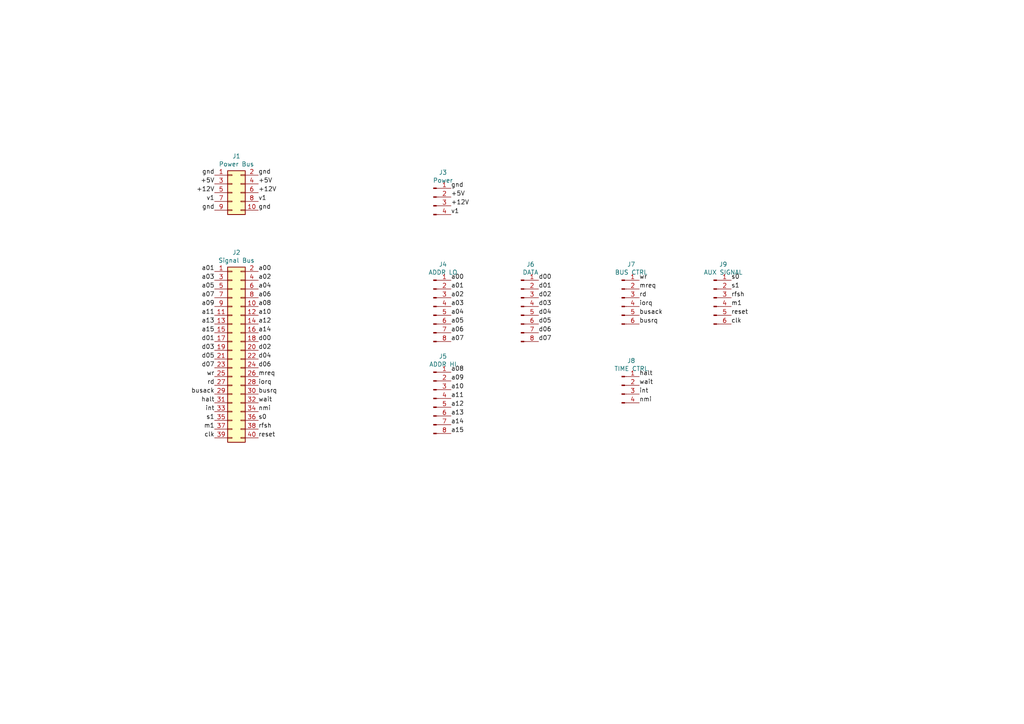
<source format=kicad_sch>
(kicad_sch (version 20211123) (generator eeschema)
  (paper "A4")
  (lib_symbols
    (symbol "Connector:Conn_01x04_Male" (pin_names (offset 1.016) hide)
      (property "Reference" "J" (at 0 5.08 0))
      (property "Value" "Conn_01x04_Male" (at 0 -7.62 0))
      (symbol "Conn_01x04_Male_1_1"
        (polyline (pts (xy 1.27 -5.08) (xy 0.8636 -5.08)) (stroke (width 0.1524)))
        (polyline (pts (xy 1.27 -2.54) (xy 0.8636 -2.54)) (stroke (width 0.1524)))
        (polyline (pts (xy 1.27 0) (xy 0.8636 0)) (stroke (width 0.1524)))
        (polyline (pts (xy 1.27 2.54) (xy 0.8636 2.54)) (stroke (width 0.1524)))
        (rectangle (start 0.8636 -4.953) (end 0 -5.207) (stroke (width 0.1524)) (fill (type outline)))
        (rectangle (start 0.8636 -2.413) (end 0 -2.667) (stroke (width 0.1524)) (fill (type outline)))
        (rectangle (start 0.8636 0.127) (end 0 -0.127) (stroke (width 0.1524)) (fill (type outline)))
        (rectangle (start 0.8636 2.667) (end 0 2.413) (stroke (width 0.1524)) (fill (type outline)))
        (pin passive line (at 5.08 2.54 180) (length 3.81) (name "Pin_1") (number "1"))
        (pin passive line (at 5.08 0 180) (length 3.81) (name "Pin_2") (number "2"))
        (pin passive line (at 5.08 -2.54 180) (length 3.81) (name "Pin_3") (number "3"))
        (pin passive line (at 5.08 -5.08 180) (length 3.81) (name "Pin_4") (number "4"))
      )
    )
    (symbol "Connector:Conn_01x06_Male" (pin_names (offset 1.016) hide)
      (property "Reference" "J" (at 0 7.62 0))
      (property "Value" "Conn_01x06_Male" (at 0 -10.16 0))
      (symbol "Conn_01x06_Male_1_1"
        (polyline (pts (xy 1.27 -7.62) (xy 0.8636 -7.62)) (stroke (width 0.1524)))
        (polyline (pts (xy 1.27 -5.08) (xy 0.8636 -5.08)) (stroke (width 0.1524)))
        (polyline (pts (xy 1.27 -2.54) (xy 0.8636 -2.54)) (stroke (width 0.1524)))
        (polyline (pts (xy 1.27 0) (xy 0.8636 0)) (stroke (width 0.1524)))
        (polyline (pts (xy 1.27 2.54) (xy 0.8636 2.54)) (stroke (width 0.1524)))
        (polyline (pts (xy 1.27 5.08) (xy 0.8636 5.08)) (stroke (width 0.1524)))
        (rectangle (start 0.8636 -7.493) (end 0 -7.747) (stroke (width 0.1524)) (fill (type outline)))
        (rectangle (start 0.8636 -4.953) (end 0 -5.207) (stroke (width 0.1524)) (fill (type outline)))
        (rectangle (start 0.8636 -2.413) (end 0 -2.667) (stroke (width 0.1524)) (fill (type outline)))
        (rectangle (start 0.8636 0.127) (end 0 -0.127) (stroke (width 0.1524)) (fill (type outline)))
        (rectangle (start 0.8636 2.667) (end 0 2.413) (stroke (width 0.1524)) (fill (type outline)))
        (rectangle (start 0.8636 5.207) (end 0 4.953) (stroke (width 0.1524)) (fill (type outline)))
        (pin passive line (at 5.08 5.08 180) (length 3.81) (name "Pin_1") (number "1"))
        (pin passive line (at 5.08 2.54 180) (length 3.81) (name "Pin_2") (number "2"))
        (pin passive line (at 5.08 0 180) (length 3.81) (name "Pin_3") (number "3"))
        (pin passive line (at 5.08 -2.54 180) (length 3.81) (name "Pin_4") (number "4"))
        (pin passive line (at 5.08 -5.08 180) (length 3.81) (name "Pin_5") (number "5"))
        (pin passive line (at 5.08 -7.62 180) (length 3.81) (name "Pin_6") (number "6"))
      )
    )
    (symbol "Connector:Conn_01x08_Male" (pin_names (offset 1.016) hide)
      (property "Reference" "J" (at 0 10.16 0))
      (property "Value" "Conn_01x08_Male" (at 0 -12.7 0))
      (symbol "Conn_01x08_Male_1_1"
        (polyline (pts (xy 1.27 -10.16) (xy 0.8636 -10.16)) (stroke (width 0.1524)))
        (polyline (pts (xy 1.27 -7.62) (xy 0.8636 -7.62)) (stroke (width 0.1524)))
        (polyline (pts (xy 1.27 -5.08) (xy 0.8636 -5.08)) (stroke (width 0.1524)))
        (polyline (pts (xy 1.27 -2.54) (xy 0.8636 -2.54)) (stroke (width 0.1524)))
        (polyline (pts (xy 1.27 0) (xy 0.8636 0)) (stroke (width 0.1524)))
        (polyline (pts (xy 1.27 2.54) (xy 0.8636 2.54)) (stroke (width 0.1524)))
        (polyline (pts (xy 1.27 5.08) (xy 0.8636 5.08)) (stroke (width 0.1524)))
        (polyline (pts (xy 1.27 7.62) (xy 0.8636 7.62)) (stroke (width 0.1524)))
        (rectangle (start 0.8636 -10.033) (end 0 -10.287) (stroke (width 0.1524)) (fill (type outline)))
        (rectangle (start 0.8636 -7.493) (end 0 -7.747) (stroke (width 0.1524)) (fill (type outline)))
        (rectangle (start 0.8636 -4.953) (end 0 -5.207) (stroke (width 0.1524)) (fill (type outline)))
        (rectangle (start 0.8636 -2.413) (end 0 -2.667) (stroke (width 0.1524)) (fill (type outline)))
        (rectangle (start 0.8636 0.127) (end 0 -0.127) (stroke (width 0.1524)) (fill (type outline)))
        (rectangle (start 0.8636 2.667) (end 0 2.413) (stroke (width 0.1524)) (fill (type outline)))
        (rectangle (start 0.8636 5.207) (end 0 4.953) (stroke (width 0.1524)) (fill (type outline)))
        (rectangle (start 0.8636 7.747) (end 0 7.493) (stroke (width 0.1524)) (fill (type outline)))
        (pin passive line (at 5.08 7.62 180) (length 3.81) (name "Pin_1") (number "1"))
        (pin passive line (at 5.08 5.08 180) (length 3.81) (name "Pin_2") (number "2"))
        (pin passive line (at 5.08 2.54 180) (length 3.81) (name "Pin_3") (number "3"))
        (pin passive line (at 5.08 0 180) (length 3.81) (name "Pin_4") (number "4"))
        (pin passive line (at 5.08 -2.54 180) (length 3.81) (name "Pin_5") (number "5"))
        (pin passive line (at 5.08 -5.08 180) (length 3.81) (name "Pin_6") (number "6"))
        (pin passive line (at 5.08 -7.62 180) (length 3.81) (name "Pin_7") (number "7"))
        (pin passive line (at 5.08 -10.16 180) (length 3.81) (name "Pin_8") (number "8"))
      )
    )
    (symbol "Connector_Generic:Conn_02x05_Odd_Even" (pin_names (offset 1.016) hide)
      (property "Reference" "J" (at 1.27 7.62 0))
      (property "Value" "Conn_02x05_Odd_Even" (at 1.27 -7.62 0))
      (symbol "Conn_02x05_Odd_Even_1_1"
        (rectangle (start -1.27 -4.953) (end 0 -5.207) (stroke (width 0.1524)))
        (rectangle (start -1.27 -2.413) (end 0 -2.667) (stroke (width 0.1524)))
        (rectangle (start -1.27 0.127) (end 0 -0.127) (stroke (width 0.1524)))
        (rectangle (start -1.27 2.667) (end 0 2.413) (stroke (width 0.1524)))
        (rectangle (start -1.27 5.207) (end 0 4.953) (stroke (width 0.1524)))
        (rectangle (start -1.27 6.35) (end 3.81 -6.35) (stroke (width 0.254)) (fill (type background)))
        (rectangle (start 3.81 -4.953) (end 2.54 -5.207) (stroke (width 0.1524)))
        (rectangle (start 3.81 -2.413) (end 2.54 -2.667) (stroke (width 0.1524)))
        (rectangle (start 3.81 0.127) (end 2.54 -0.127) (stroke (width 0.1524)))
        (rectangle (start 3.81 2.667) (end 2.54 2.413) (stroke (width 0.1524)))
        (rectangle (start 3.81 5.207) (end 2.54 4.953) (stroke (width 0.1524)))
        (pin passive line (at -5.08 5.08 0) (length 3.81) (name "Pin_1") (number "1"))
        (pin passive line (at 7.62 -5.08 180) (length 3.81) (name "Pin_10") (number "10"))
        (pin passive line (at 7.62 5.08 180) (length 3.81) (name "Pin_2") (number "2"))
        (pin passive line (at -5.08 2.54 0) (length 3.81) (name "Pin_3") (number "3"))
        (pin passive line (at 7.62 2.54 180) (length 3.81) (name "Pin_4") (number "4"))
        (pin passive line (at -5.08 0 0) (length 3.81) (name "Pin_5") (number "5"))
        (pin passive line (at 7.62 0 180) (length 3.81) (name "Pin_6") (number "6"))
        (pin passive line (at -5.08 -2.54 0) (length 3.81) (name "Pin_7") (number "7"))
        (pin passive line (at 7.62 -2.54 180) (length 3.81) (name "Pin_8") (number "8"))
        (pin passive line (at -5.08 -5.08 0) (length 3.81) (name "Pin_9") (number "9"))
      )
    )
    (symbol "Connector_Generic:Conn_02x20_Odd_Even" (pin_names (offset 1.016) hide)
      (property "Reference" "J" (at 1.27 25.4 0))
      (property "Value" "Conn_02x20_Odd_Even" (at 1.27 -27.94 0))
      (symbol "Conn_02x20_Odd_Even_1_1"
        (rectangle (start -1.27 -25.273) (end 0 -25.527) (stroke (width 0.1524)))
        (rectangle (start -1.27 -22.733) (end 0 -22.987) (stroke (width 0.1524)))
        (rectangle (start -1.27 -20.193) (end 0 -20.447) (stroke (width 0.1524)))
        (rectangle (start -1.27 -17.653) (end 0 -17.907) (stroke (width 0.1524)))
        (rectangle (start -1.27 -15.113) (end 0 -15.367) (stroke (width 0.1524)))
        (rectangle (start -1.27 -12.573) (end 0 -12.827) (stroke (width 0.1524)))
        (rectangle (start -1.27 -10.033) (end 0 -10.287) (stroke (width 0.1524)))
        (rectangle (start -1.27 -7.493) (end 0 -7.747) (stroke (width 0.1524)))
        (rectangle (start -1.27 -4.953) (end 0 -5.207) (stroke (width 0.1524)))
        (rectangle (start -1.27 -2.413) (end 0 -2.667) (stroke (width 0.1524)))
        (rectangle (start -1.27 0.127) (end 0 -0.127) (stroke (width 0.1524)))
        (rectangle (start -1.27 2.667) (end 0 2.413) (stroke (width 0.1524)))
        (rectangle (start -1.27 5.207) (end 0 4.953) (stroke (width 0.1524)))
        (rectangle (start -1.27 7.747) (end 0 7.493) (stroke (width 0.1524)))
        (rectangle (start -1.27 10.287) (end 0 10.033) (stroke (width 0.1524)))
        (rectangle (start -1.27 12.827) (end 0 12.573) (stroke (width 0.1524)))
        (rectangle (start -1.27 15.367) (end 0 15.113) (stroke (width 0.1524)))
        (rectangle (start -1.27 17.907) (end 0 17.653) (stroke (width 0.1524)))
        (rectangle (start -1.27 20.447) (end 0 20.193) (stroke (width 0.1524)))
        (rectangle (start -1.27 22.987) (end 0 22.733) (stroke (width 0.1524)))
        (rectangle (start -1.27 24.13) (end 3.81 -26.67) (stroke (width 0.254)) (fill (type background)))
        (rectangle (start 3.81 -25.273) (end 2.54 -25.527) (stroke (width 0.1524)))
        (rectangle (start 3.81 -22.733) (end 2.54 -22.987) (stroke (width 0.1524)))
        (rectangle (start 3.81 -20.193) (end 2.54 -20.447) (stroke (width 0.1524)))
        (rectangle (start 3.81 -17.653) (end 2.54 -17.907) (stroke (width 0.1524)))
        (rectangle (start 3.81 -15.113) (end 2.54 -15.367) (stroke (width 0.1524)))
        (rectangle (start 3.81 -12.573) (end 2.54 -12.827) (stroke (width 0.1524)))
        (rectangle (start 3.81 -10.033) (end 2.54 -10.287) (stroke (width 0.1524)))
        (rectangle (start 3.81 -7.493) (end 2.54 -7.747) (stroke (width 0.1524)))
        (rectangle (start 3.81 -4.953) (end 2.54 -5.207) (stroke (width 0.1524)))
        (rectangle (start 3.81 -2.413) (end 2.54 -2.667) (stroke (width 0.1524)))
        (rectangle (start 3.81 0.127) (end 2.54 -0.127) (stroke (width 0.1524)))
        (rectangle (start 3.81 2.667) (end 2.54 2.413) (stroke (width 0.1524)))
        (rectangle (start 3.81 5.207) (end 2.54 4.953) (stroke (width 0.1524)))
        (rectangle (start 3.81 7.747) (end 2.54 7.493) (stroke (width 0.1524)))
        (rectangle (start 3.81 10.287) (end 2.54 10.033) (stroke (width 0.1524)))
        (rectangle (start 3.81 12.827) (end 2.54 12.573) (stroke (width 0.1524)))
        (rectangle (start 3.81 15.367) (end 2.54 15.113) (stroke (width 0.1524)))
        (rectangle (start 3.81 17.907) (end 2.54 17.653) (stroke (width 0.1524)))
        (rectangle (start 3.81 20.447) (end 2.54 20.193) (stroke (width 0.1524)))
        (rectangle (start 3.81 22.987) (end 2.54 22.733) (stroke (width 0.1524)))
        (pin passive line (at -5.08 22.86 0) (length 3.81) (name "Pin_1") (number "1"))
        (pin passive line (at 7.62 12.7 180) (length 3.81) (name "Pin_10") (number "10"))
        (pin passive line (at -5.08 10.16 0) (length 3.81) (name "Pin_11") (number "11"))
        (pin passive line (at 7.62 10.16 180) (length 3.81) (name "Pin_12") (number "12"))
        (pin passive line (at -5.08 7.62 0) (length 3.81) (name "Pin_13") (number "13"))
        (pin passive line (at 7.62 7.62 180) (length 3.81) (name "Pin_14") (number "14"))
        (pin passive line (at -5.08 5.08 0) (length 3.81) (name "Pin_15") (number "15"))
        (pin passive line (at 7.62 5.08 180) (length 3.81) (name "Pin_16") (number "16"))
        (pin passive line (at -5.08 2.54 0) (length 3.81) (name "Pin_17") (number "17"))
        (pin passive line (at 7.62 2.54 180) (length 3.81) (name "Pin_18") (number "18"))
        (pin passive line (at -5.08 0 0) (length 3.81) (name "Pin_19") (number "19"))
        (pin passive line (at 7.62 22.86 180) (length 3.81) (name "Pin_2") (number "2"))
        (pin passive line (at 7.62 0 180) (length 3.81) (name "Pin_20") (number "20"))
        (pin passive line (at -5.08 -2.54 0) (length 3.81) (name "Pin_21") (number "21"))
        (pin passive line (at 7.62 -2.54 180) (length 3.81) (name "Pin_22") (number "22"))
        (pin passive line (at -5.08 -5.08 0) (length 3.81) (name "Pin_23") (number "23"))
        (pin passive line (at 7.62 -5.08 180) (length 3.81) (name "Pin_24") (number "24"))
        (pin passive line (at -5.08 -7.62 0) (length 3.81) (name "Pin_25") (number "25"))
        (pin passive line (at 7.62 -7.62 180) (length 3.81) (name "Pin_26") (number "26"))
        (pin passive line (at -5.08 -10.16 0) (length 3.81) (name "Pin_27") (number "27"))
        (pin passive line (at 7.62 -10.16 180) (length 3.81) (name "Pin_28") (number "28"))
        (pin passive line (at -5.08 -12.7 0) (length 3.81) (name "Pin_29") (number "29"))
        (pin passive line (at -5.08 20.32 0) (length 3.81) (name "Pin_3") (number "3"))
        (pin passive line (at 7.62 -12.7 180) (length 3.81) (name "Pin_30") (number "30"))
        (pin passive line (at -5.08 -15.24 0) (length 3.81) (name "Pin_31") (number "31"))
        (pin passive line (at 7.62 -15.24 180) (length 3.81) (name "Pin_32") (number "32"))
        (pin passive line (at -5.08 -17.78 0) (length 3.81) (name "Pin_33") (number "33"))
        (pin passive line (at 7.62 -17.78 180) (length 3.81) (name "Pin_34") (number "34"))
        (pin passive line (at -5.08 -20.32 0) (length 3.81) (name "Pin_35") (number "35"))
        (pin passive line (at 7.62 -20.32 180) (length 3.81) (name "Pin_36") (number "36"))
        (pin passive line (at -5.08 -22.86 0) (length 3.81) (name "Pin_37") (number "37"))
        (pin passive line (at 7.62 -22.86 180) (length 3.81) (name "Pin_38") (number "38"))
        (pin passive line (at -5.08 -25.4 0) (length 3.81) (name "Pin_39") (number "39"))
        (pin passive line (at 7.62 20.32 180) (length 3.81) (name "Pin_4") (number "4"))
        (pin passive line (at 7.62 -25.4 180) (length 3.81) (name "Pin_40") (number "40"))
        (pin passive line (at -5.08 17.78 0) (length 3.81) (name "Pin_5") (number "5"))
        (pin passive line (at 7.62 17.78 180) (length 3.81) (name "Pin_6") (number "6"))
        (pin passive line (at -5.08 15.24 0) (length 3.81) (name "Pin_7") (number "7"))
        (pin passive line (at 7.62 15.24 180) (length 3.81) (name "Pin_8") (number "8"))
        (pin passive line (at -5.08 12.7 0) (length 3.81) (name "Pin_9") (number "9"))
      )
    )
  )
  (label "v1" (at 62.23 58.42 180))
  (label "a02" (at 130.81 86.36 0))
  (label "d06" (at 74.93 106.68 0))
  (label "a06" (at 74.93 86.36 0))
  (label "s0" (at 74.93 121.92 0))
  (label "a00" (at 74.93 78.74 0))
  (label "+12V" (at 62.23 55.88 180))
  (label "int" (at 62.23 119.38 180))
  (label "mreq" (at 185.42 83.82 0))
  (label "a05" (at 62.23 83.82 180))
  (label "a08" (at 130.81 107.95 0))
  (label "a05" (at 130.81 93.98 0))
  (label "a11" (at 62.23 91.44 180))
  (label "busrq" (at 185.42 93.98 0))
  (label "a11" (at 130.81 115.57 0))
  (label "rd" (at 185.42 86.36 0))
  (label "busack" (at 62.23 114.3 180))
  (label "d02" (at 74.93 101.6 0))
  (label "s0" (at 212.09 81.28 0))
  (label "a15" (at 62.23 96.52 180))
  (label "a13" (at 62.23 93.98 180))
  (label "wr" (at 62.23 109.22 180))
  (label "iorq" (at 185.42 88.9 0))
  (label "s1" (at 212.09 83.82 0))
  (label "iorq" (at 74.93 111.76 0))
  (label "wait" (at 185.42 111.76 0))
  (label "mreq" (at 74.93 109.22 0))
  (label "rfsh" (at 212.09 86.36 0))
  (label "nmi" (at 185.42 116.84 0))
  (label "+5V" (at 62.23 53.34 180))
  (label "clk" (at 212.09 93.98 0))
  (label "a14" (at 130.81 123.19 0))
  (label "a08" (at 74.93 88.9 0))
  (label "a01" (at 130.81 83.82 0))
  (label "a03" (at 130.81 88.9 0))
  (label "d02" (at 156.21 86.36 0))
  (label "gnd" (at 74.93 50.8 0))
  (label "clk" (at 62.23 127 180))
  (label "gnd" (at 62.23 60.96 180))
  (label "a10" (at 130.81 113.03 0))
  (label "+12V" (at 130.81 59.69 0))
  (label "a04" (at 130.81 91.44 0))
  (label "a03" (at 62.23 81.28 180))
  (label "d07" (at 156.21 99.06 0))
  (label "+12V" (at 74.93 55.88 0))
  (label "int" (at 185.42 114.3 0))
  (label "d00" (at 74.93 99.06 0))
  (label "v1" (at 74.93 58.42 0))
  (label "a09" (at 62.23 88.9 180))
  (label "a06" (at 130.81 96.52 0))
  (label "v1" (at 130.81 62.23 0))
  (label "a01" (at 62.23 78.74 180))
  (label "a12" (at 74.93 93.98 0))
  (label "s1" (at 62.23 121.92 180))
  (label "a13" (at 130.81 120.65 0))
  (label "a02" (at 74.93 81.28 0))
  (label "d03" (at 156.21 88.9 0))
  (label "d04" (at 74.93 104.14 0))
  (label "a14" (at 74.93 96.52 0))
  (label "busrq" (at 74.93 114.3 0))
  (label "gnd" (at 62.23 50.8 180))
  (label "a15" (at 130.81 125.73 0))
  (label "d05" (at 156.21 93.98 0))
  (label "rd" (at 62.23 111.76 180))
  (label "m1" (at 212.09 88.9 0))
  (label "d00" (at 156.21 81.28 0))
  (label "halt" (at 62.23 116.84 180))
  (label "busack" (at 185.42 91.44 0))
  (label "gnd" (at 130.81 54.61 0))
  (label "a07" (at 62.23 86.36 180))
  (label "halt" (at 185.42 109.22 0))
  (label "reset" (at 74.93 127 0))
  (label "wait" (at 74.93 116.84 0))
  (label "+5V" (at 74.93 53.34 0))
  (label "a10" (at 74.93 91.44 0))
  (label "d03" (at 62.23 101.6 180))
  (label "d01" (at 156.21 83.82 0))
  (label "wr" (at 185.42 81.28 0))
  (label "d05" (at 62.23 104.14 180))
  (label "+5V" (at 130.81 57.15 0))
  (label "d04" (at 156.21 91.44 0))
  (label "gnd" (at 74.93 60.96 0))
  (label "reset" (at 212.09 91.44 0))
  (label "rfsh" (at 74.93 124.46 0))
  (label "d06" (at 156.21 96.52 0))
  (label "d01" (at 62.23 99.06 180))
  (label "a04" (at 74.93 83.82 0))
  (label "a09" (at 130.81 110.49 0))
  (label "d07" (at 62.23 106.68 180))
  (label "a12" (at 130.81 118.11 0))
  (label "m1" (at 62.23 124.46 180))
  (label "a07" (at 130.81 99.06 0))
  (label "a00" (at 130.81 81.28 0))
  (label "nmi" (at 74.93 119.38 0))
  (symbol (lib_id "Connector_Generic:Conn_02x05_Odd_Even") (at 67.31 55.88 0) (unit 1)
    (property "Reference" "J1" (at 68.58 45.2882 0))
    (property "Value" "Power Bus" (at 68.58 47.5996 0))
    (property "Footprint" "Connector_PinHeader_2.54mm:PinHeader_2x05_P2.54mm_Vertical" (effects hide))
  )
  (symbol (lib_id "Connector_Generic:Conn_02x20_Odd_Even") (at 67.31 101.6 0) (unit 1)
    (property "Reference" "J2" (at 68.58 73.2282 0))
    (property "Value" "Signal Bus" (at 68.58 75.5396 0))
    (property "Footprint" "Connector_PinHeader_2.54mm:PinHeader_2x20_P2.54mm_Vertical" (effects hide))
  )
  (symbol (lib_id "Connector:Conn_01x04_Male") (at 125.73 57.15 0) (unit 1)
    (property "Reference" "J3" (at 128.4732 50.0126 0))
    (property "Value" "Power" (at 128.4732 52.324 0))
    (property "Footprint" "Connector_PinHeader_2.54mm:PinHeader_1x04_P2.54mm_Vertical" (effects hide))
  )
  (symbol (lib_id "Connector:Conn_01x08_Male") (at 125.73 88.9 0) (unit 1)
    (property "Reference" "J4" (at 128.4732 76.6826 0))
    (property "Value" "ADDR LO" (at 128.4732 78.994 0))
    (property "Footprint" "Connector_PinHeader_2.54mm:PinHeader_1x08_P2.54mm_Vertical" (effects hide))
  )
  (symbol (lib_id "Connector:Conn_01x08_Male") (at 125.73 115.57 0) (unit 1)
    (property "Reference" "J5" (at 128.4732 103.3526 0))
    (property "Value" "ADDR HI" (at 128.4732 105.664 0))
    (property "Footprint" "Connector_PinHeader_2.54mm:PinHeader_1x08_P2.54mm_Vertical" (effects hide))
  )
  (symbol (lib_id "Connector:Conn_01x08_Male") (at 151.13 88.9 0) (unit 1)
    (property "Reference" "J6" (at 153.8732 76.6826 0))
    (property "Value" "DATA" (at 153.8732 78.994 0))
    (property "Footprint" "Connector_PinHeader_2.54mm:PinHeader_1x08_P2.54mm_Vertical" (effects hide))
  )
  (symbol (lib_id "Connector:Conn_01x06_Male") (at 180.34 86.36 0) (unit 1)
    (property "Reference" "J7" (at 183.0832 76.6826 0))
    (property "Value" "BUS CTRL" (at 183.0832 78.994 0))
    (property "Footprint" "Connector_PinHeader_2.54mm:PinHeader_1x06_P2.54mm_Vertical" (effects hide))
  )
  (symbol (lib_id "Connector:Conn_01x06_Male") (at 207.01 86.36 0) (unit 1)
    (property "Reference" "J9" (at 209.7532 76.6826 0))
    (property "Value" "AUX SIGNAL" (at 209.7532 78.994 0))
    (property "Footprint" "Connector_PinHeader_2.54mm:PinHeader_1x06_P2.54mm_Vertical" (effects hide))
  )
  (symbol (lib_id "Connector:Conn_01x04_Male") (at 180.34 111.76 0) (unit 1)
    (property "Reference" "J8" (at 183.0832 104.6226 0))
    (property "Value" "TIME CTRL" (at 183.0832 106.934 0))
    (property "Footprint" "Connector_PinHeader_2.54mm:PinHeader_1x04_P2.54mm_Vertical" (effects hide))
  )
)
</source>
